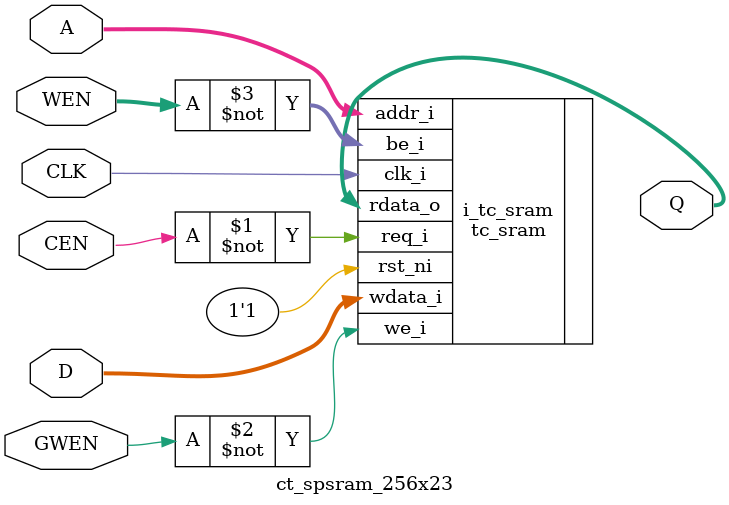
<source format=v>
/*Copyright 2019-2021 T-Head Semiconductor Co., Ltd.

Licensed under the Apache License, Version 2.0 (the "License");
you may not use this file except in compliance with the License.
You may obtain a copy of the License at

    http://www.apache.org/licenses/LICENSE-2.0

Unless required by applicable law or agreed to in writing, software
distributed under the License is distributed on an "AS IS" BASIS,
WITHOUT WARRANTIES OR CONDITIONS OF ANY KIND, either express or implied.
See the License for the specific language governing permissions and
limitations under the License.
*/

// &ModuleBeg; @22
module ct_spsram_256x23(
  A,
  CEN,
  CLK,
  D,
  GWEN,
  Q,
  WEN
);

// &Ports; @23
input   [7 :0]  A;   
input           CEN; 
input           CLK; 
input   [22:0]  D;   
input           GWEN; 
input   [22:0]  WEN; 
output  [22:0]  Q;   

// &Regs; @24

// &Wires; @25
wire    [7 :0]  A;   
wire            CEN; 
wire            CLK; 
wire    [22:0]  D;   
wire            GWEN; 
wire    [22:0]  Q;   
wire    [22:0]  WEN; 


//**********************************************************
//                  Parameter Definition
//**********************************************************
parameter ADDR_WIDTH = 8;
parameter DATA_WIDTH = 23;
parameter WE_WIDTH   = 23;

// &Force("bus","Q",DATA_WIDTH-1,0); @34
// &Force("bus","WEN",WE_WIDTH-1,0); @35
// &Force("bus","A",ADDR_WIDTH-1,0); @36
// &Force("bus","D",DATA_WIDTH-1,0); @37

  //********************************************************
  //*                        FPGA memory                   *
  //********************************************************
  //{WEN[20:0]}
//   &Instance("ct_f_spsram_256x23"); @44
tc_sram #(
  .NumWords   ( 1<<ADDR_WIDTH         ),
  .DataWidth  ( DATA_WIDTH            ),
  .ByteWidth  ( DATA_WIDTH/DATA_WIDTH ),
  .NumPorts   ( 32'd1 ),
  .Latency    ( 32'd1 ),
  .SimInit    ( "none"),
  .PrintSimCfg( 0     )
) i_tc_sram (
    .clk_i    ( CLK   ),
    .rst_ni   ( 1'b1  ),
    .req_i    ( ~CEN  ),
    .we_i     ( ~GWEN ),
    .be_i     ( ~WEN  ),
    .wdata_i  ( D     ),
    .addr_i   ( A     ),
    .rdata_o  ( Q     )
);

//   &Instance("ct_tsmc_spsram_256x23"); @50

// &ModuleEnd; @66
endmodule



</source>
